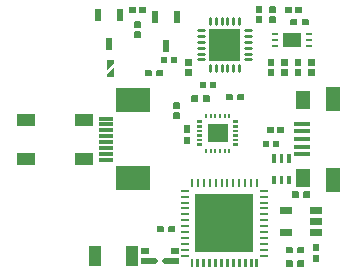
<source format=gtp>
G04 Layer: TopPasteMaskLayer*
G04 EasyEDA v6.4.25, 2021-12-07T19:09:17+01:00*
G04 af510f2a62b747d9ba719f6df8b66caf,db93e8822c7348a7aec6f6efa12e507d,10*
G04 Gerber Generator version 0.2*
G04 Scale: 100 percent, Rotated: No, Reflected: No *
G04 Dimensions in millimeters *
G04 leading zeros omitted , absolute positions ,4 integer and 5 decimal *
%FSLAX45Y45*%
%MOMM*%

%ADD18C,0.2800*%
%ADD20R,0.2200X0.4000*%
%ADD26R,1.2000X2.0000*%
%ADD27R,1.3500X0.4000*%
%ADD28R,1.2000X1.5000*%
%ADD29R,0.6500X0.5999*%
%ADD32R,5.0000X5.0000*%
%ADD33R,0.6800X0.2500*%
%ADD34R,0.2500X0.6800*%
%ADD35R,0.5050X0.2800*%
%ADD36R,1.5000X1.2000*%
%ADD38R,1.0000X1.7500*%
%ADD40R,1.2500X0.3000*%
%ADD41R,3.0000X2.0000*%
%ADD42R,0.6000X1.0700*%

%LPD*%
G36*
X764387Y-940612D02*
G01*
X760374Y-944575D01*
X760374Y-994664D01*
X764387Y-998677D01*
X810412Y-998677D01*
X814425Y-994664D01*
X814425Y-944575D01*
X810412Y-940612D01*
G37*
G36*
X764387Y-855522D02*
G01*
X760374Y-859536D01*
X760374Y-909624D01*
X764387Y-913587D01*
X810412Y-913587D01*
X814425Y-909624D01*
X814425Y-859536D01*
X810412Y-855522D01*
G37*
G36*
X853795Y-1148283D02*
G01*
X848817Y-1155293D01*
X848817Y-1203299D01*
X853795Y-1208278D01*
X898804Y-1208278D01*
X903782Y-1203299D01*
X903782Y-1155293D01*
X898804Y-1148283D01*
G37*
G36*
X853795Y-1052322D02*
G01*
X848817Y-1057300D01*
X848817Y-1105306D01*
X853795Y-1112316D01*
X898804Y-1112316D01*
X903782Y-1105306D01*
X903782Y-1057300D01*
X898804Y-1052322D01*
G37*
G36*
X917600Y-798017D02*
G01*
X912621Y-802995D01*
X912621Y-848004D01*
X917600Y-852982D01*
X965606Y-852982D01*
X972616Y-848004D01*
X972616Y-802995D01*
X965606Y-798017D01*
G37*
G36*
X1015593Y-798017D02*
G01*
X1008583Y-802995D01*
X1008583Y-848004D01*
X1015593Y-852982D01*
X1063599Y-852982D01*
X1068578Y-848004D01*
X1068578Y-802995D01*
X1063599Y-798017D01*
G37*
G36*
X688086Y-2170074D02*
G01*
X661212Y-2188464D01*
X661212Y-2205736D01*
X688086Y-2224125D01*
X737717Y-2224125D01*
X741730Y-2220112D01*
X741730Y-2174087D01*
X737717Y-2170074D01*
G37*
G36*
X557682Y-2170074D02*
G01*
X553669Y-2174087D01*
X553669Y-2220112D01*
X557682Y-2224125D01*
X607314Y-2224125D01*
X634187Y-2205736D01*
X634187Y-2188464D01*
X607314Y-2170074D01*
G37*
G36*
X1577187Y-42722D02*
G01*
X1573174Y-46736D01*
X1573174Y-96824D01*
X1577187Y-100787D01*
X1623212Y-100787D01*
X1627225Y-96824D01*
X1627225Y-46736D01*
X1623212Y-42722D01*
G37*
G36*
X1577187Y-127812D02*
G01*
X1573174Y-131775D01*
X1573174Y-181864D01*
X1577187Y-185877D01*
X1623212Y-185877D01*
X1627225Y-181864D01*
X1627225Y-131775D01*
X1623212Y-127812D01*
G37*
G36*
X1462887Y-127812D02*
G01*
X1458874Y-131775D01*
X1458874Y-181864D01*
X1462887Y-185877D01*
X1508912Y-185877D01*
X1512925Y-181864D01*
X1512925Y-131775D01*
X1508912Y-127812D01*
G37*
G36*
X1462887Y-42722D02*
G01*
X1458874Y-46736D01*
X1458874Y-96824D01*
X1462887Y-100787D01*
X1508912Y-100787D01*
X1512925Y-96824D01*
X1512925Y-46736D01*
X1508912Y-42722D01*
G37*
G36*
X523900Y-582117D02*
G01*
X518922Y-587095D01*
X518922Y-632104D01*
X523900Y-637082D01*
X571906Y-637082D01*
X578916Y-632104D01*
X578916Y-587095D01*
X571906Y-582117D01*
G37*
G36*
X621893Y-582117D02*
G01*
X614883Y-587095D01*
X614883Y-632104D01*
X621893Y-637082D01*
X669899Y-637082D01*
X674878Y-632104D01*
X674878Y-587095D01*
X669899Y-582117D01*
G37*
G36*
X1795475Y-49174D02*
G01*
X1791512Y-53187D01*
X1791512Y-99212D01*
X1795475Y-103225D01*
X1845564Y-103225D01*
X1849577Y-99212D01*
X1849577Y-53187D01*
X1845564Y-49174D01*
G37*
G36*
X1710436Y-49174D02*
G01*
X1706422Y-53187D01*
X1706422Y-99212D01*
X1710436Y-103225D01*
X1760524Y-103225D01*
X1764487Y-99212D01*
X1764487Y-53187D01*
X1760524Y-49174D01*
G37*
G36*
X656336Y-468274D02*
G01*
X652322Y-472287D01*
X652322Y-518312D01*
X656336Y-522325D01*
X706424Y-522325D01*
X710387Y-518312D01*
X710387Y-472287D01*
X706424Y-468274D01*
G37*
G36*
X741375Y-468274D02*
G01*
X737412Y-472287D01*
X737412Y-518312D01*
X741375Y-522325D01*
X791464Y-522325D01*
X795477Y-518312D01*
X795477Y-472287D01*
X791464Y-468274D01*
G37*
G36*
X1717700Y-2195017D02*
G01*
X1712722Y-2199995D01*
X1712722Y-2245004D01*
X1717700Y-2249982D01*
X1765706Y-2249982D01*
X1772716Y-2245004D01*
X1772716Y-2199995D01*
X1765706Y-2195017D01*
G37*
G36*
X1815693Y-2195017D02*
G01*
X1808683Y-2199995D01*
X1808683Y-2245004D01*
X1815693Y-2249982D01*
X1863699Y-2249982D01*
X1868678Y-2245004D01*
X1868678Y-2199995D01*
X1863699Y-2195017D01*
G37*
G36*
X1945995Y-2151583D02*
G01*
X1941017Y-2158593D01*
X1941017Y-2206599D01*
X1945995Y-2211578D01*
X1991004Y-2211578D01*
X1995982Y-2206599D01*
X1995982Y-2158593D01*
X1991004Y-2151583D01*
G37*
G36*
X1945995Y-2055622D02*
G01*
X1941017Y-2060600D01*
X1941017Y-2108606D01*
X1945995Y-2115616D01*
X1991004Y-2115616D01*
X1995982Y-2108606D01*
X1995982Y-2060600D01*
X1991004Y-2055622D01*
G37*
G36*
X1866493Y-1610817D02*
G01*
X1859483Y-1615795D01*
X1859483Y-1660804D01*
X1866493Y-1665782D01*
X1914499Y-1665782D01*
X1919478Y-1660804D01*
X1919478Y-1615795D01*
X1914499Y-1610817D01*
G37*
G36*
X1768500Y-1610817D02*
G01*
X1763522Y-1615795D01*
X1763522Y-1660804D01*
X1768500Y-1665782D01*
X1816506Y-1665782D01*
X1823516Y-1660804D01*
X1823516Y-1615795D01*
X1816506Y-1610817D01*
G37*
G36*
X1815693Y-2080717D02*
G01*
X1808683Y-2085695D01*
X1808683Y-2130704D01*
X1815693Y-2135682D01*
X1863699Y-2135682D01*
X1868678Y-2130704D01*
X1868678Y-2085695D01*
X1863699Y-2080717D01*
G37*
G36*
X1717700Y-2080717D02*
G01*
X1712722Y-2085695D01*
X1712722Y-2130704D01*
X1717700Y-2135682D01*
X1765706Y-2135682D01*
X1772716Y-2130704D01*
X1772716Y-2085695D01*
X1765706Y-2080717D01*
G37*
G36*
X625500Y-1902917D02*
G01*
X620522Y-1907895D01*
X620522Y-1952904D01*
X625500Y-1957882D01*
X673506Y-1957882D01*
X680516Y-1952904D01*
X680516Y-1907895D01*
X673506Y-1902917D01*
G37*
G36*
X723493Y-1902917D02*
G01*
X716483Y-1907895D01*
X716483Y-1952904D01*
X723493Y-1957882D01*
X771499Y-1957882D01*
X776478Y-1952904D01*
X776478Y-1907895D01*
X771499Y-1902917D01*
G37*
G36*
X1307693Y-785317D02*
G01*
X1300683Y-790295D01*
X1300683Y-835304D01*
X1307693Y-840282D01*
X1355699Y-840282D01*
X1360678Y-835304D01*
X1360678Y-790295D01*
X1355699Y-785317D01*
G37*
G36*
X1209700Y-785317D02*
G01*
X1204722Y-790295D01*
X1204722Y-835304D01*
X1209700Y-840282D01*
X1257706Y-840282D01*
X1264716Y-835304D01*
X1264716Y-790295D01*
X1257706Y-785317D01*
G37*
G36*
X1755800Y-150317D02*
G01*
X1750822Y-155295D01*
X1750822Y-200304D01*
X1755800Y-205282D01*
X1803806Y-205282D01*
X1810816Y-200304D01*
X1810816Y-155295D01*
X1803806Y-150317D01*
G37*
G36*
X1853793Y-150317D02*
G01*
X1846783Y-155295D01*
X1846783Y-200304D01*
X1853793Y-205282D01*
X1901799Y-205282D01*
X1906778Y-200304D01*
X1906778Y-155295D01*
X1901799Y-150317D01*
G37*
G36*
X865987Y-487222D02*
G01*
X861974Y-491235D01*
X861974Y-541324D01*
X865987Y-545287D01*
X912012Y-545287D01*
X916025Y-541324D01*
X916025Y-491235D01*
X912012Y-487222D01*
G37*
G36*
X865987Y-572312D02*
G01*
X861974Y-576275D01*
X861974Y-626364D01*
X865987Y-630377D01*
X912012Y-630377D01*
X916025Y-626364D01*
X916025Y-576275D01*
X912012Y-572312D01*
G37*
G36*
X986536Y-684174D02*
G01*
X982522Y-688187D01*
X982522Y-734212D01*
X986536Y-738225D01*
X1036624Y-738225D01*
X1040587Y-734212D01*
X1040587Y-688187D01*
X1036624Y-684174D01*
G37*
G36*
X1071575Y-684174D02*
G01*
X1067612Y-688187D01*
X1067612Y-734212D01*
X1071575Y-738225D01*
X1121664Y-738225D01*
X1125677Y-734212D01*
X1125677Y-688187D01*
X1121664Y-684174D01*
G37*
G36*
X434187Y-254812D02*
G01*
X430174Y-258775D01*
X430174Y-308864D01*
X434187Y-312877D01*
X480212Y-312877D01*
X484225Y-308864D01*
X484225Y-258775D01*
X480212Y-254812D01*
G37*
G36*
X434187Y-169722D02*
G01*
X430174Y-173736D01*
X430174Y-223824D01*
X434187Y-227787D01*
X480212Y-227787D01*
X484225Y-223824D01*
X484225Y-173736D01*
X480212Y-169722D01*
G37*
G36*
X1558036Y-1065174D02*
G01*
X1554022Y-1069187D01*
X1554022Y-1115212D01*
X1558036Y-1119225D01*
X1608124Y-1119225D01*
X1612087Y-1115212D01*
X1612087Y-1069187D01*
X1608124Y-1065174D01*
G37*
G36*
X1643075Y-1065174D02*
G01*
X1639112Y-1069187D01*
X1639112Y-1115212D01*
X1643075Y-1119225D01*
X1693164Y-1119225D01*
X1697177Y-1115212D01*
X1697177Y-1069187D01*
X1693164Y-1065174D01*
G37*
G36*
X1519936Y-1179474D02*
G01*
X1515922Y-1183487D01*
X1515922Y-1229512D01*
X1519936Y-1233525D01*
X1570024Y-1233525D01*
X1573987Y-1229512D01*
X1573987Y-1183487D01*
X1570024Y-1179474D01*
G37*
G36*
X1604975Y-1179474D02*
G01*
X1601012Y-1183487D01*
X1601012Y-1229512D01*
X1604975Y-1233525D01*
X1655064Y-1233525D01*
X1659077Y-1229512D01*
X1659077Y-1183487D01*
X1655064Y-1179474D01*
G37*
G36*
X474675Y-49174D02*
G01*
X470712Y-53187D01*
X470712Y-99212D01*
X474675Y-103225D01*
X524764Y-103225D01*
X528777Y-99212D01*
X528777Y-53187D01*
X524764Y-49174D01*
G37*
G36*
X389636Y-49174D02*
G01*
X385622Y-53187D01*
X385622Y-99212D01*
X389636Y-103225D01*
X439724Y-103225D01*
X443687Y-99212D01*
X443687Y-53187D01*
X439724Y-49174D01*
G37*
G36*
X1907387Y-572312D02*
G01*
X1903374Y-576275D01*
X1903374Y-626364D01*
X1907387Y-630377D01*
X1953412Y-630377D01*
X1957425Y-626364D01*
X1957425Y-576275D01*
X1953412Y-572312D01*
G37*
G36*
X1907387Y-487222D02*
G01*
X1903374Y-491235D01*
X1903374Y-541324D01*
X1907387Y-545287D01*
X1953412Y-545287D01*
X1957425Y-541324D01*
X1957425Y-491235D01*
X1953412Y-487222D01*
G37*
G36*
X1793087Y-572312D02*
G01*
X1789074Y-576275D01*
X1789074Y-626364D01*
X1793087Y-630377D01*
X1839112Y-630377D01*
X1843125Y-626364D01*
X1843125Y-576275D01*
X1839112Y-572312D01*
G37*
G36*
X1793087Y-487222D02*
G01*
X1789074Y-491235D01*
X1789074Y-541324D01*
X1793087Y-545287D01*
X1839112Y-545287D01*
X1843125Y-541324D01*
X1843125Y-491235D01*
X1839112Y-487222D01*
G37*
G36*
X1678787Y-572312D02*
G01*
X1674774Y-576275D01*
X1674774Y-626364D01*
X1678787Y-630377D01*
X1724812Y-630377D01*
X1728825Y-626364D01*
X1728825Y-576275D01*
X1724812Y-572312D01*
G37*
G36*
X1678787Y-487222D02*
G01*
X1674774Y-491235D01*
X1674774Y-541324D01*
X1678787Y-545287D01*
X1724812Y-545287D01*
X1728825Y-541324D01*
X1728825Y-491235D01*
X1724812Y-487222D01*
G37*
G36*
X1564487Y-572312D02*
G01*
X1560474Y-576275D01*
X1560474Y-626364D01*
X1564487Y-630377D01*
X1610512Y-630377D01*
X1614525Y-626364D01*
X1614525Y-576275D01*
X1610512Y-572312D01*
G37*
G36*
X1564487Y-487222D02*
G01*
X1560474Y-491235D01*
X1560474Y-541324D01*
X1564487Y-545287D01*
X1610512Y-545287D01*
X1614525Y-541324D01*
X1614525Y-491235D01*
X1610512Y-487222D01*
G37*
D18*
X967826Y-243331D02*
G01*
X1019825Y-243331D01*
X967826Y-293319D02*
G01*
X1019825Y-293319D01*
X967826Y-343331D02*
G01*
X1019825Y-343331D01*
X967826Y-393319D02*
G01*
X1019825Y-393319D01*
X967826Y-443331D02*
G01*
X1019825Y-443331D01*
X967826Y-493318D02*
G01*
X1019825Y-493318D01*
X1068831Y-542325D02*
G01*
X1068831Y-594324D01*
X1118819Y-542325D02*
G01*
X1118819Y-594324D01*
X1168831Y-542325D02*
G01*
X1168831Y-594324D01*
X1218819Y-542325D02*
G01*
X1218819Y-594324D01*
X1268831Y-542325D02*
G01*
X1268831Y-594324D01*
X1318818Y-542325D02*
G01*
X1318818Y-594324D01*
X1367825Y-493318D02*
G01*
X1419824Y-493318D01*
X1367825Y-443331D02*
G01*
X1419824Y-443331D01*
X1367825Y-393319D02*
G01*
X1419824Y-393319D01*
X1367825Y-343331D02*
G01*
X1419824Y-343331D01*
X1367825Y-293319D02*
G01*
X1419824Y-293319D01*
X1367825Y-244119D02*
G01*
X1419824Y-244119D01*
X1318818Y-142326D02*
G01*
X1318818Y-194325D01*
X1268831Y-142326D02*
G01*
X1268831Y-194325D01*
X1218819Y-142326D02*
G01*
X1218819Y-194325D01*
X1168831Y-142326D02*
G01*
X1168831Y-194325D01*
X1118819Y-142326D02*
G01*
X1118819Y-194325D01*
X1068831Y-142326D02*
G01*
X1068831Y-194325D01*
G36*
X1050998Y-1040594D02*
G01*
X1221000Y-1040594D01*
X1221000Y-1194595D01*
X1050998Y-1194595D01*
G37*
D20*
G01*
X1155496Y-1267104D03*
G01*
X1116507Y-1267104D03*
G01*
X1194485Y-1267104D03*
G01*
X1233500Y-1267104D03*
G01*
X1077493Y-1267104D03*
G01*
X1038504Y-1267104D03*
G36*
X965200Y-1204094D02*
G01*
X1005199Y-1204094D01*
X1005199Y-1226096D01*
X965200Y-1226096D01*
G37*
G36*
X965200Y-1165092D02*
G01*
X1005199Y-1165092D01*
X1005199Y-1187094D01*
X965200Y-1187094D01*
G37*
G36*
X965200Y-1009096D02*
G01*
X1005199Y-1009096D01*
X1005199Y-1031097D01*
X965200Y-1031097D01*
G37*
G36*
X965200Y-1048095D02*
G01*
X1005199Y-1048095D01*
X1005199Y-1070096D01*
X965200Y-1070096D01*
G37*
G36*
X965200Y-1126093D02*
G01*
X1005199Y-1126093D01*
X1005199Y-1148095D01*
X965200Y-1148095D01*
G37*
G36*
X965200Y-1087094D02*
G01*
X1005199Y-1087094D01*
X1005199Y-1109096D01*
X965200Y-1109096D01*
G37*
G36*
X1264198Y-1204094D02*
G01*
X1304198Y-1204094D01*
X1304198Y-1226096D01*
X1264198Y-1226096D01*
G37*
G36*
X1264198Y-1165092D02*
G01*
X1304198Y-1165092D01*
X1304198Y-1187094D01*
X1264198Y-1187094D01*
G37*
G36*
X1264198Y-1009096D02*
G01*
X1304198Y-1009096D01*
X1304198Y-1031097D01*
X1264198Y-1031097D01*
G37*
G36*
X1264198Y-1048095D02*
G01*
X1304198Y-1048095D01*
X1304198Y-1070096D01*
X1264198Y-1070096D01*
G37*
G36*
X1264198Y-1126093D02*
G01*
X1304198Y-1126093D01*
X1304198Y-1148095D01*
X1264198Y-1148095D01*
G37*
G36*
X1264198Y-1087094D02*
G01*
X1304198Y-1087094D01*
X1304198Y-1109096D01*
X1264198Y-1109096D01*
G37*
G01*
X1038504Y-968095D03*
G01*
X1077493Y-968095D03*
G01*
X1233500Y-968095D03*
G01*
X1194485Y-968095D03*
G01*
X1116507Y-968095D03*
G01*
X1155496Y-968095D03*
G36*
X261112Y-499110D02*
G01*
X261112Y-529081D01*
X196087Y-579081D01*
X196087Y-499110D01*
G37*
G36*
X196087Y-643381D02*
G01*
X196087Y-613410D01*
X261112Y-563283D01*
X261112Y-643381D01*
G37*
D26*
G01*
X2114956Y-825017D03*
G01*
X2114956Y-1511782D03*
D27*
G01*
X1847443Y-1297254D03*
G01*
X1847443Y-1232255D03*
G01*
X1847443Y-1167256D03*
G01*
X1847443Y-1102258D03*
G01*
X1847443Y-1037259D03*
D28*
G01*
X1857451Y-1497253D03*
G01*
X1857451Y-837260D03*
D29*
G01*
X520700Y-2202179D03*
G01*
X520700Y-2117344D03*
G01*
X774700Y-2202179D03*
G01*
X774700Y-2117344D03*
G36*
X1661490Y-1931896D02*
G01*
X1761489Y-1931896D01*
X1761489Y-1991895D01*
X1661490Y-1991895D01*
G37*
G36*
X1661490Y-1741904D02*
G01*
X1761489Y-1741904D01*
X1761489Y-1801903D01*
X1661490Y-1801903D01*
G37*
G36*
X1921510Y-1741904D02*
G01*
X2021509Y-1741904D01*
X2021509Y-1801903D01*
X1921510Y-1801903D01*
G37*
G36*
X1921510Y-1836900D02*
G01*
X2021509Y-1836900D01*
X2021509Y-1896899D01*
X1921510Y-1896899D01*
G37*
G36*
X1921510Y-1931896D02*
G01*
X2021509Y-1931896D01*
X2021509Y-1991895D01*
X1921510Y-1991895D01*
G37*
G36*
X1058798Y-234569D02*
G01*
X1328801Y-234569D01*
X1328801Y-504570D01*
X1058798Y-504570D01*
G37*
D32*
G01*
X1193800Y-1879600D03*
D33*
G01*
X857300Y-2154605D03*
G01*
X857300Y-2104593D03*
G01*
X857300Y-2054605D03*
G01*
X857300Y-2004593D03*
G01*
X857300Y-1954606D03*
G01*
X857300Y-1904593D03*
G01*
X857300Y-1854606D03*
G01*
X857300Y-1804593D03*
G01*
X857300Y-1754606D03*
G01*
X857300Y-1704594D03*
G01*
X857300Y-1654606D03*
G01*
X857300Y-1604594D03*
D34*
G01*
X918794Y-1543100D03*
G01*
X968806Y-1543100D03*
G01*
X1018794Y-1543100D03*
G01*
X1068806Y-1543100D03*
G01*
X1118793Y-1543100D03*
G01*
X1168806Y-1543100D03*
G01*
X1218793Y-1543100D03*
G01*
X1268806Y-1543100D03*
G01*
X1318793Y-1543100D03*
G01*
X1368805Y-1543100D03*
G01*
X1418793Y-1543100D03*
G01*
X1468805Y-1543100D03*
D33*
G01*
X1530299Y-1604594D03*
G01*
X1530299Y-1654606D03*
G01*
X1530299Y-1704594D03*
G01*
X1530299Y-1754606D03*
G01*
X1530299Y-1804593D03*
G01*
X1530299Y-1854606D03*
G01*
X1530299Y-1904593D03*
G01*
X1530299Y-1954606D03*
G01*
X1530299Y-2004593D03*
G01*
X1530299Y-2054605D03*
G01*
X1530299Y-2104593D03*
G01*
X1530299Y-2154605D03*
G36*
X1456301Y-2182098D02*
G01*
X1481302Y-2182098D01*
X1481302Y-2250099D01*
X1456301Y-2250099D01*
G37*
G36*
X1406288Y-2182098D02*
G01*
X1431289Y-2182098D01*
X1431289Y-2250099D01*
X1406288Y-2250099D01*
G37*
G36*
X1356301Y-2182098D02*
G01*
X1381302Y-2182098D01*
X1381302Y-2250099D01*
X1356301Y-2250099D01*
G37*
G36*
X1306288Y-2182098D02*
G01*
X1331290Y-2182098D01*
X1331290Y-2250099D01*
X1306288Y-2250099D01*
G37*
G36*
X1256301Y-2182098D02*
G01*
X1281303Y-2182098D01*
X1281303Y-2250099D01*
X1256301Y-2250099D01*
G37*
G36*
X1206289Y-2182098D02*
G01*
X1231290Y-2182098D01*
X1231290Y-2250099D01*
X1206289Y-2250099D01*
G37*
G36*
X1156301Y-2182098D02*
G01*
X1181303Y-2182098D01*
X1181303Y-2250099D01*
X1156301Y-2250099D01*
G37*
G36*
X1106289Y-2182098D02*
G01*
X1131290Y-2182098D01*
X1131290Y-2250099D01*
X1106289Y-2250099D01*
G37*
G36*
X1056302Y-2182098D02*
G01*
X1081303Y-2182098D01*
X1081303Y-2250099D01*
X1056302Y-2250099D01*
G37*
G36*
X1006289Y-2182098D02*
G01*
X1031290Y-2182098D01*
X1031290Y-2250099D01*
X1006289Y-2250099D01*
G37*
G36*
X956302Y-2182098D02*
G01*
X981303Y-2182098D01*
X981303Y-2250099D01*
X956302Y-2250099D01*
G37*
G36*
X906289Y-2182098D02*
G01*
X931290Y-2182098D01*
X931290Y-2250099D01*
X906289Y-2250099D01*
G37*
D35*
G01*
X1908047Y-380212D03*
G01*
X1908047Y-330225D03*
G01*
X1908047Y-280212D03*
G01*
X1622552Y-280212D03*
G01*
X1622552Y-330225D03*
G01*
X1622552Y-380212D03*
D36*
G01*
X1765300Y-330225D03*
G36*
X-411248Y-1383306D02*
G01*
X-561362Y-1383306D01*
X-561362Y-1283484D01*
X-411248Y-1283484D01*
G37*
G36*
X-411248Y-1053304D02*
G01*
X-561362Y-1053304D01*
X-561362Y-953482D01*
X-411248Y-953482D01*
G37*
G36*
X78625Y-1053304D02*
G01*
X-71234Y-1053304D01*
X-71234Y-953482D01*
X78625Y-953482D01*
G37*
G36*
X78625Y-1383306D02*
G01*
X-71234Y-1383306D01*
X-71234Y-1283484D01*
X78625Y-1283484D01*
G37*
D38*
G01*
X411810Y-2159000D03*
G01*
X96189Y-2159000D03*
G36*
X1661413Y-1478787D02*
G01*
X1691386Y-1478787D01*
X1691386Y-1548892D01*
X1661413Y-1548892D01*
G37*
G36*
X1726437Y-1478787D02*
G01*
X1756410Y-1478787D01*
X1756410Y-1548892D01*
X1726437Y-1548892D01*
G37*
G36*
X1727454Y-1295907D02*
G01*
X1757426Y-1295907D01*
X1757426Y-1366012D01*
X1727454Y-1366012D01*
G37*
G36*
X1662429Y-1295907D02*
G01*
X1692402Y-1295907D01*
X1692402Y-1366012D01*
X1662429Y-1366012D01*
G37*
G36*
X1597405Y-1295907D02*
G01*
X1627378Y-1295907D01*
X1627378Y-1366012D01*
X1597405Y-1366012D01*
G37*
G36*
X1596389Y-1478787D02*
G01*
X1626362Y-1478787D01*
X1626362Y-1548892D01*
X1596389Y-1548892D01*
G37*
D40*
G01*
X188544Y-1343405D03*
G01*
X188544Y-1293393D03*
G01*
X188544Y-1243406D03*
G01*
X188544Y-1193393D03*
G01*
X188544Y-1143406D03*
G01*
X188544Y-1093393D03*
G01*
X188544Y-1043406D03*
G01*
X188544Y-993394D03*
D41*
G01*
X421030Y-1497406D03*
G01*
X421030Y-839393D03*
D42*
G01*
X793495Y-130505D03*
G01*
X603504Y-130505D03*
G01*
X698500Y-377494D03*
G01*
X310895Y-117805D03*
G01*
X120904Y-117805D03*
G01*
X215900Y-364794D03*
M02*

</source>
